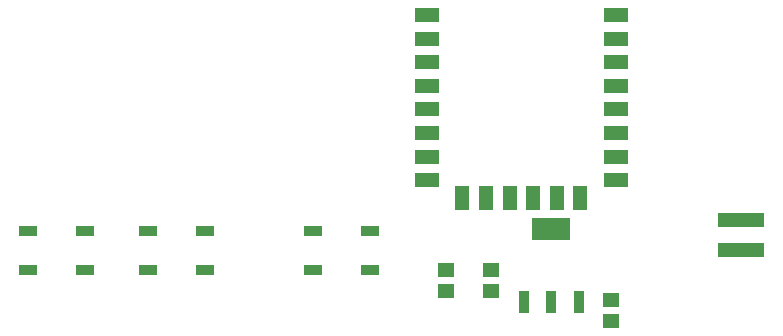
<source format=gbr>
G04 EAGLE Gerber RS-274X export*
G75*
%MOMM*%
%FSLAX34Y34*%
%LPD*%
%INSolderpaste Top*%
%IPPOS*%
%AMOC8*
5,1,8,0,0,1.08239X$1,22.5*%
G01*
G04 Define Apertures*
%ADD10R,2.000000X1.200000*%
%ADD11R,1.200000X2.000000*%
%ADD12R,0.897900X1.860300*%
%ADD13R,3.189100X1.860300*%
%ADD14R,1.500000X0.900000*%
%ADD15R,1.465300X1.164600*%
%ADD16R,4.000000X1.270000*%
D10*
X524500Y148540D03*
X524500Y168540D03*
X524500Y188540D03*
X524500Y208540D03*
X524500Y228540D03*
X524500Y248540D03*
X524500Y268540D03*
X524500Y288540D03*
X364500Y288540D03*
X364500Y248540D03*
X364500Y268540D03*
X364500Y228540D03*
X364500Y208540D03*
X364500Y188540D03*
X364500Y168540D03*
X364500Y148540D03*
D11*
X494500Y133740D03*
X474500Y133740D03*
X454500Y133740D03*
X434500Y133740D03*
X414500Y133740D03*
X394500Y133740D03*
D12*
X446900Y45450D03*
X469900Y45450D03*
X492900Y45450D03*
D13*
X469900Y106950D03*
D14*
X26300Y105400D03*
X26300Y72400D03*
X75300Y105400D03*
X75300Y72400D03*
X127900Y105400D03*
X127900Y72400D03*
X176900Y105400D03*
X176900Y72400D03*
X267600Y105400D03*
X267600Y72400D03*
X316600Y105400D03*
X316600Y72400D03*
D15*
X520700Y46854D03*
X520700Y29346D03*
X419100Y72254D03*
X419100Y54746D03*
X381000Y72254D03*
X381000Y54746D03*
D16*
X630000Y114700D03*
X630000Y89300D03*
M02*

</source>
